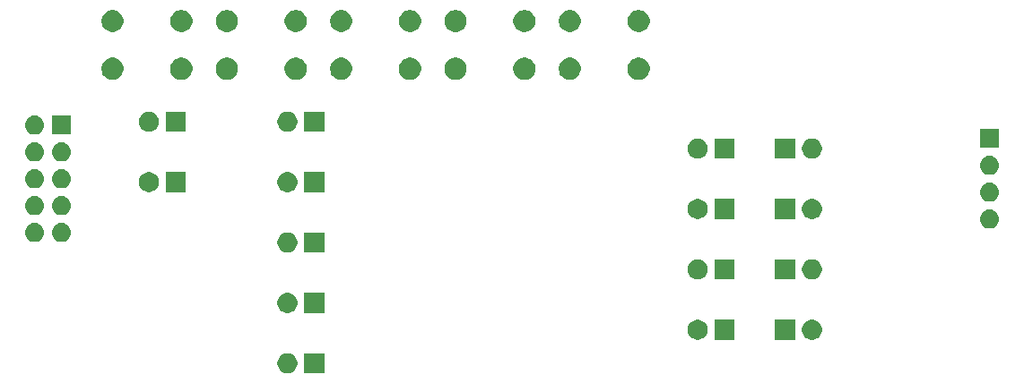
<source format=gbr>
G04 #@! TF.GenerationSoftware,KiCad,Pcbnew,(5.1.4)-1*
G04 #@! TF.CreationDate,2020-09-12T21:11:29+02:00*
G04 #@! TF.ProjectId,SBIO3,5342494f-332e-46b6-9963-61645f706362,rev?*
G04 #@! TF.SameCoordinates,Original*
G04 #@! TF.FileFunction,Soldermask,Bot*
G04 #@! TF.FilePolarity,Negative*
%FSLAX46Y46*%
G04 Gerber Fmt 4.6, Leading zero omitted, Abs format (unit mm)*
G04 Created by KiCad (PCBNEW (5.1.4)-1) date 2020-09-12 21:11:29*
%MOMM*%
%LPD*%
G04 APERTURE LIST*
%ADD10C,0.100000*%
G04 APERTURE END LIST*
D10*
G36*
X104202000Y-175576000D02*
G01*
X102300000Y-175576000D01*
X102300000Y-173674000D01*
X104202000Y-173674000D01*
X104202000Y-175576000D01*
X104202000Y-175576000D01*
G37*
G36*
X100988395Y-173710546D02*
G01*
X101161466Y-173782234D01*
X101161467Y-173782235D01*
X101317227Y-173886310D01*
X101449690Y-174018773D01*
X101449691Y-174018775D01*
X101553766Y-174174534D01*
X101625454Y-174347605D01*
X101662000Y-174531333D01*
X101662000Y-174718667D01*
X101625454Y-174902395D01*
X101553766Y-175075466D01*
X101553765Y-175075467D01*
X101449690Y-175231227D01*
X101317227Y-175363690D01*
X101238818Y-175416081D01*
X101161466Y-175467766D01*
X100988395Y-175539454D01*
X100804667Y-175576000D01*
X100617333Y-175576000D01*
X100433605Y-175539454D01*
X100260534Y-175467766D01*
X100183182Y-175416081D01*
X100104773Y-175363690D01*
X99972310Y-175231227D01*
X99868235Y-175075467D01*
X99868234Y-175075466D01*
X99796546Y-174902395D01*
X99760000Y-174718667D01*
X99760000Y-174531333D01*
X99796546Y-174347605D01*
X99868234Y-174174534D01*
X99972309Y-174018775D01*
X99972310Y-174018773D01*
X100104773Y-173886310D01*
X100260533Y-173782235D01*
X100260534Y-173782234D01*
X100433605Y-173710546D01*
X100617333Y-173674000D01*
X100804667Y-173674000D01*
X100988395Y-173710546D01*
X100988395Y-173710546D01*
G37*
G36*
X150518395Y-170535546D02*
G01*
X150691466Y-170607234D01*
X150691467Y-170607235D01*
X150847227Y-170711310D01*
X150979690Y-170843773D01*
X150979691Y-170843775D01*
X151083766Y-170999534D01*
X151155454Y-171172605D01*
X151192000Y-171356333D01*
X151192000Y-171543667D01*
X151155454Y-171727395D01*
X151083766Y-171900466D01*
X151083765Y-171900467D01*
X150979690Y-172056227D01*
X150847227Y-172188690D01*
X150768818Y-172241081D01*
X150691466Y-172292766D01*
X150518395Y-172364454D01*
X150334667Y-172401000D01*
X150147333Y-172401000D01*
X149963605Y-172364454D01*
X149790534Y-172292766D01*
X149713182Y-172241081D01*
X149634773Y-172188690D01*
X149502310Y-172056227D01*
X149398235Y-171900467D01*
X149398234Y-171900466D01*
X149326546Y-171727395D01*
X149290000Y-171543667D01*
X149290000Y-171356333D01*
X149326546Y-171172605D01*
X149398234Y-170999534D01*
X149502309Y-170843775D01*
X149502310Y-170843773D01*
X149634773Y-170711310D01*
X149790533Y-170607235D01*
X149790534Y-170607234D01*
X149963605Y-170535546D01*
X150147333Y-170499000D01*
X150334667Y-170499000D01*
X150518395Y-170535546D01*
X150518395Y-170535546D01*
G37*
G36*
X148652000Y-172401000D02*
G01*
X146750000Y-172401000D01*
X146750000Y-170499000D01*
X148652000Y-170499000D01*
X148652000Y-172401000D01*
X148652000Y-172401000D01*
G37*
G36*
X142937000Y-172401000D02*
G01*
X141035000Y-172401000D01*
X141035000Y-170499000D01*
X142937000Y-170499000D01*
X142937000Y-172401000D01*
X142937000Y-172401000D01*
G37*
G36*
X139723395Y-170535546D02*
G01*
X139896466Y-170607234D01*
X139896467Y-170607235D01*
X140052227Y-170711310D01*
X140184690Y-170843773D01*
X140184691Y-170843775D01*
X140288766Y-170999534D01*
X140360454Y-171172605D01*
X140397000Y-171356333D01*
X140397000Y-171543667D01*
X140360454Y-171727395D01*
X140288766Y-171900466D01*
X140288765Y-171900467D01*
X140184690Y-172056227D01*
X140052227Y-172188690D01*
X139973818Y-172241081D01*
X139896466Y-172292766D01*
X139723395Y-172364454D01*
X139539667Y-172401000D01*
X139352333Y-172401000D01*
X139168605Y-172364454D01*
X138995534Y-172292766D01*
X138918182Y-172241081D01*
X138839773Y-172188690D01*
X138707310Y-172056227D01*
X138603235Y-171900467D01*
X138603234Y-171900466D01*
X138531546Y-171727395D01*
X138495000Y-171543667D01*
X138495000Y-171356333D01*
X138531546Y-171172605D01*
X138603234Y-170999534D01*
X138707309Y-170843775D01*
X138707310Y-170843773D01*
X138839773Y-170711310D01*
X138995533Y-170607235D01*
X138995534Y-170607234D01*
X139168605Y-170535546D01*
X139352333Y-170499000D01*
X139539667Y-170499000D01*
X139723395Y-170535546D01*
X139723395Y-170535546D01*
G37*
G36*
X104202000Y-169861000D02*
G01*
X102300000Y-169861000D01*
X102300000Y-167959000D01*
X104202000Y-167959000D01*
X104202000Y-169861000D01*
X104202000Y-169861000D01*
G37*
G36*
X100988395Y-167995546D02*
G01*
X101161466Y-168067234D01*
X101161467Y-168067235D01*
X101317227Y-168171310D01*
X101449690Y-168303773D01*
X101449691Y-168303775D01*
X101553766Y-168459534D01*
X101625454Y-168632605D01*
X101662000Y-168816333D01*
X101662000Y-169003667D01*
X101625454Y-169187395D01*
X101553766Y-169360466D01*
X101553765Y-169360467D01*
X101449690Y-169516227D01*
X101317227Y-169648690D01*
X101238818Y-169701081D01*
X101161466Y-169752766D01*
X100988395Y-169824454D01*
X100804667Y-169861000D01*
X100617333Y-169861000D01*
X100433605Y-169824454D01*
X100260534Y-169752766D01*
X100183182Y-169701081D01*
X100104773Y-169648690D01*
X99972310Y-169516227D01*
X99868235Y-169360467D01*
X99868234Y-169360466D01*
X99796546Y-169187395D01*
X99760000Y-169003667D01*
X99760000Y-168816333D01*
X99796546Y-168632605D01*
X99868234Y-168459534D01*
X99972309Y-168303775D01*
X99972310Y-168303773D01*
X100104773Y-168171310D01*
X100260533Y-168067235D01*
X100260534Y-168067234D01*
X100433605Y-167995546D01*
X100617333Y-167959000D01*
X100804667Y-167959000D01*
X100988395Y-167995546D01*
X100988395Y-167995546D01*
G37*
G36*
X150518395Y-164820546D02*
G01*
X150691466Y-164892234D01*
X150691467Y-164892235D01*
X150847227Y-164996310D01*
X150979690Y-165128773D01*
X150979691Y-165128775D01*
X151083766Y-165284534D01*
X151155454Y-165457605D01*
X151192000Y-165641333D01*
X151192000Y-165828667D01*
X151155454Y-166012395D01*
X151083766Y-166185466D01*
X151083765Y-166185467D01*
X150979690Y-166341227D01*
X150847227Y-166473690D01*
X150768818Y-166526081D01*
X150691466Y-166577766D01*
X150518395Y-166649454D01*
X150334667Y-166686000D01*
X150147333Y-166686000D01*
X149963605Y-166649454D01*
X149790534Y-166577766D01*
X149713182Y-166526081D01*
X149634773Y-166473690D01*
X149502310Y-166341227D01*
X149398235Y-166185467D01*
X149398234Y-166185466D01*
X149326546Y-166012395D01*
X149290000Y-165828667D01*
X149290000Y-165641333D01*
X149326546Y-165457605D01*
X149398234Y-165284534D01*
X149502309Y-165128775D01*
X149502310Y-165128773D01*
X149634773Y-164996310D01*
X149790533Y-164892235D01*
X149790534Y-164892234D01*
X149963605Y-164820546D01*
X150147333Y-164784000D01*
X150334667Y-164784000D01*
X150518395Y-164820546D01*
X150518395Y-164820546D01*
G37*
G36*
X142937000Y-166686000D02*
G01*
X141035000Y-166686000D01*
X141035000Y-164784000D01*
X142937000Y-164784000D01*
X142937000Y-166686000D01*
X142937000Y-166686000D01*
G37*
G36*
X148652000Y-166686000D02*
G01*
X146750000Y-166686000D01*
X146750000Y-164784000D01*
X148652000Y-164784000D01*
X148652000Y-166686000D01*
X148652000Y-166686000D01*
G37*
G36*
X139723395Y-164820546D02*
G01*
X139896466Y-164892234D01*
X139896467Y-164892235D01*
X140052227Y-164996310D01*
X140184690Y-165128773D01*
X140184691Y-165128775D01*
X140288766Y-165284534D01*
X140360454Y-165457605D01*
X140397000Y-165641333D01*
X140397000Y-165828667D01*
X140360454Y-166012395D01*
X140288766Y-166185466D01*
X140288765Y-166185467D01*
X140184690Y-166341227D01*
X140052227Y-166473690D01*
X139973818Y-166526081D01*
X139896466Y-166577766D01*
X139723395Y-166649454D01*
X139539667Y-166686000D01*
X139352333Y-166686000D01*
X139168605Y-166649454D01*
X138995534Y-166577766D01*
X138918182Y-166526081D01*
X138839773Y-166473690D01*
X138707310Y-166341227D01*
X138603235Y-166185467D01*
X138603234Y-166185466D01*
X138531546Y-166012395D01*
X138495000Y-165828667D01*
X138495000Y-165641333D01*
X138531546Y-165457605D01*
X138603234Y-165284534D01*
X138707309Y-165128775D01*
X138707310Y-165128773D01*
X138839773Y-164996310D01*
X138995533Y-164892235D01*
X138995534Y-164892234D01*
X139168605Y-164820546D01*
X139352333Y-164784000D01*
X139539667Y-164784000D01*
X139723395Y-164820546D01*
X139723395Y-164820546D01*
G37*
G36*
X104202000Y-164146000D02*
G01*
X102300000Y-164146000D01*
X102300000Y-162244000D01*
X104202000Y-162244000D01*
X104202000Y-164146000D01*
X104202000Y-164146000D01*
G37*
G36*
X100988395Y-162280546D02*
G01*
X101161466Y-162352234D01*
X101161467Y-162352235D01*
X101317227Y-162456310D01*
X101449690Y-162588773D01*
X101449691Y-162588775D01*
X101553766Y-162744534D01*
X101625454Y-162917605D01*
X101662000Y-163101333D01*
X101662000Y-163288667D01*
X101625454Y-163472395D01*
X101553766Y-163645466D01*
X101553765Y-163645467D01*
X101449690Y-163801227D01*
X101317227Y-163933690D01*
X101238818Y-163986081D01*
X101161466Y-164037766D01*
X100988395Y-164109454D01*
X100804667Y-164146000D01*
X100617333Y-164146000D01*
X100433605Y-164109454D01*
X100260534Y-164037766D01*
X100183182Y-163986081D01*
X100104773Y-163933690D01*
X99972310Y-163801227D01*
X99868235Y-163645467D01*
X99868234Y-163645466D01*
X99796546Y-163472395D01*
X99760000Y-163288667D01*
X99760000Y-163101333D01*
X99796546Y-162917605D01*
X99868234Y-162744534D01*
X99972309Y-162588775D01*
X99972310Y-162588773D01*
X100104773Y-162456310D01*
X100260533Y-162352235D01*
X100260534Y-162352234D01*
X100433605Y-162280546D01*
X100617333Y-162244000D01*
X100804667Y-162244000D01*
X100988395Y-162280546D01*
X100988395Y-162280546D01*
G37*
G36*
X76945442Y-161348018D02*
G01*
X77011627Y-161354537D01*
X77181466Y-161406057D01*
X77337991Y-161489722D01*
X77373729Y-161519052D01*
X77475186Y-161602314D01*
X77558448Y-161703771D01*
X77587778Y-161739509D01*
X77671443Y-161896034D01*
X77722963Y-162065873D01*
X77740359Y-162242500D01*
X77722963Y-162419127D01*
X77671443Y-162588966D01*
X77587778Y-162745491D01*
X77558448Y-162781229D01*
X77475186Y-162882686D01*
X77373729Y-162965948D01*
X77337991Y-162995278D01*
X77181466Y-163078943D01*
X77011627Y-163130463D01*
X76945443Y-163136981D01*
X76879260Y-163143500D01*
X76790740Y-163143500D01*
X76724557Y-163136981D01*
X76658373Y-163130463D01*
X76488534Y-163078943D01*
X76332009Y-162995278D01*
X76296271Y-162965948D01*
X76194814Y-162882686D01*
X76111552Y-162781229D01*
X76082222Y-162745491D01*
X75998557Y-162588966D01*
X75947037Y-162419127D01*
X75929641Y-162242500D01*
X75947037Y-162065873D01*
X75998557Y-161896034D01*
X76082222Y-161739509D01*
X76111552Y-161703771D01*
X76194814Y-161602314D01*
X76296271Y-161519052D01*
X76332009Y-161489722D01*
X76488534Y-161406057D01*
X76658373Y-161354537D01*
X76724558Y-161348018D01*
X76790740Y-161341500D01*
X76879260Y-161341500D01*
X76945442Y-161348018D01*
X76945442Y-161348018D01*
G37*
G36*
X79485442Y-161348018D02*
G01*
X79551627Y-161354537D01*
X79721466Y-161406057D01*
X79877991Y-161489722D01*
X79913729Y-161519052D01*
X80015186Y-161602314D01*
X80098448Y-161703771D01*
X80127778Y-161739509D01*
X80211443Y-161896034D01*
X80262963Y-162065873D01*
X80280359Y-162242500D01*
X80262963Y-162419127D01*
X80211443Y-162588966D01*
X80127778Y-162745491D01*
X80098448Y-162781229D01*
X80015186Y-162882686D01*
X79913729Y-162965948D01*
X79877991Y-162995278D01*
X79721466Y-163078943D01*
X79551627Y-163130463D01*
X79485443Y-163136981D01*
X79419260Y-163143500D01*
X79330740Y-163143500D01*
X79264557Y-163136981D01*
X79198373Y-163130463D01*
X79028534Y-163078943D01*
X78872009Y-162995278D01*
X78836271Y-162965948D01*
X78734814Y-162882686D01*
X78651552Y-162781229D01*
X78622222Y-162745491D01*
X78538557Y-162588966D01*
X78487037Y-162419127D01*
X78469641Y-162242500D01*
X78487037Y-162065873D01*
X78538557Y-161896034D01*
X78622222Y-161739509D01*
X78651552Y-161703771D01*
X78734814Y-161602314D01*
X78836271Y-161519052D01*
X78872009Y-161489722D01*
X79028534Y-161406057D01*
X79198373Y-161354537D01*
X79264558Y-161348018D01*
X79330740Y-161341500D01*
X79419260Y-161341500D01*
X79485442Y-161348018D01*
X79485442Y-161348018D01*
G37*
G36*
X167115442Y-160078018D02*
G01*
X167181627Y-160084537D01*
X167351466Y-160136057D01*
X167507991Y-160219722D01*
X167543729Y-160249052D01*
X167645186Y-160332314D01*
X167728448Y-160433771D01*
X167757778Y-160469509D01*
X167841443Y-160626034D01*
X167892963Y-160795873D01*
X167910359Y-160972500D01*
X167892963Y-161149127D01*
X167841443Y-161318966D01*
X167757778Y-161475491D01*
X167728448Y-161511229D01*
X167645186Y-161612686D01*
X167543729Y-161695948D01*
X167507991Y-161725278D01*
X167351466Y-161808943D01*
X167181627Y-161860463D01*
X167115443Y-161866981D01*
X167049260Y-161873500D01*
X166960740Y-161873500D01*
X166894557Y-161866981D01*
X166828373Y-161860463D01*
X166658534Y-161808943D01*
X166502009Y-161725278D01*
X166466271Y-161695948D01*
X166364814Y-161612686D01*
X166281552Y-161511229D01*
X166252222Y-161475491D01*
X166168557Y-161318966D01*
X166117037Y-161149127D01*
X166099641Y-160972500D01*
X166117037Y-160795873D01*
X166168557Y-160626034D01*
X166252222Y-160469509D01*
X166281552Y-160433771D01*
X166364814Y-160332314D01*
X166466271Y-160249052D01*
X166502009Y-160219722D01*
X166658534Y-160136057D01*
X166828373Y-160084537D01*
X166894558Y-160078018D01*
X166960740Y-160071500D01*
X167049260Y-160071500D01*
X167115442Y-160078018D01*
X167115442Y-160078018D01*
G37*
G36*
X148652000Y-160971000D02*
G01*
X146750000Y-160971000D01*
X146750000Y-159069000D01*
X148652000Y-159069000D01*
X148652000Y-160971000D01*
X148652000Y-160971000D01*
G37*
G36*
X139723395Y-159105546D02*
G01*
X139896466Y-159177234D01*
X139908506Y-159185279D01*
X140052227Y-159281310D01*
X140184690Y-159413773D01*
X140184691Y-159413775D01*
X140288766Y-159569534D01*
X140360454Y-159742605D01*
X140397000Y-159926333D01*
X140397000Y-160113667D01*
X140360454Y-160297395D01*
X140288766Y-160470466D01*
X140288765Y-160470467D01*
X140184690Y-160626227D01*
X140052227Y-160758690D01*
X139996578Y-160795873D01*
X139896466Y-160862766D01*
X139723395Y-160934454D01*
X139539667Y-160971000D01*
X139352333Y-160971000D01*
X139168605Y-160934454D01*
X138995534Y-160862766D01*
X138895422Y-160795873D01*
X138839773Y-160758690D01*
X138707310Y-160626227D01*
X138603235Y-160470467D01*
X138603234Y-160470466D01*
X138531546Y-160297395D01*
X138495000Y-160113667D01*
X138495000Y-159926333D01*
X138531546Y-159742605D01*
X138603234Y-159569534D01*
X138707309Y-159413775D01*
X138707310Y-159413773D01*
X138839773Y-159281310D01*
X138983494Y-159185279D01*
X138995534Y-159177234D01*
X139168605Y-159105546D01*
X139352333Y-159069000D01*
X139539667Y-159069000D01*
X139723395Y-159105546D01*
X139723395Y-159105546D01*
G37*
G36*
X142937000Y-160971000D02*
G01*
X141035000Y-160971000D01*
X141035000Y-159069000D01*
X142937000Y-159069000D01*
X142937000Y-160971000D01*
X142937000Y-160971000D01*
G37*
G36*
X150518395Y-159105546D02*
G01*
X150691466Y-159177234D01*
X150703506Y-159185279D01*
X150847227Y-159281310D01*
X150979690Y-159413773D01*
X150979691Y-159413775D01*
X151083766Y-159569534D01*
X151155454Y-159742605D01*
X151192000Y-159926333D01*
X151192000Y-160113667D01*
X151155454Y-160297395D01*
X151083766Y-160470466D01*
X151083765Y-160470467D01*
X150979690Y-160626227D01*
X150847227Y-160758690D01*
X150791578Y-160795873D01*
X150691466Y-160862766D01*
X150518395Y-160934454D01*
X150334667Y-160971000D01*
X150147333Y-160971000D01*
X149963605Y-160934454D01*
X149790534Y-160862766D01*
X149690422Y-160795873D01*
X149634773Y-160758690D01*
X149502310Y-160626227D01*
X149398235Y-160470467D01*
X149398234Y-160470466D01*
X149326546Y-160297395D01*
X149290000Y-160113667D01*
X149290000Y-159926333D01*
X149326546Y-159742605D01*
X149398234Y-159569534D01*
X149502309Y-159413775D01*
X149502310Y-159413773D01*
X149634773Y-159281310D01*
X149778494Y-159185279D01*
X149790534Y-159177234D01*
X149963605Y-159105546D01*
X150147333Y-159069000D01*
X150334667Y-159069000D01*
X150518395Y-159105546D01*
X150518395Y-159105546D01*
G37*
G36*
X79485442Y-158808018D02*
G01*
X79551627Y-158814537D01*
X79721466Y-158866057D01*
X79877991Y-158949722D01*
X79913729Y-158979052D01*
X80015186Y-159062314D01*
X80098448Y-159163771D01*
X80127778Y-159199509D01*
X80211443Y-159356034D01*
X80262963Y-159525873D01*
X80280359Y-159702500D01*
X80262963Y-159879127D01*
X80211443Y-160048966D01*
X80127778Y-160205491D01*
X80098448Y-160241229D01*
X80015186Y-160342686D01*
X79913729Y-160425948D01*
X79877991Y-160455278D01*
X79721466Y-160538943D01*
X79551627Y-160590463D01*
X79485442Y-160596982D01*
X79419260Y-160603500D01*
X79330740Y-160603500D01*
X79264558Y-160596982D01*
X79198373Y-160590463D01*
X79028534Y-160538943D01*
X78872009Y-160455278D01*
X78836271Y-160425948D01*
X78734814Y-160342686D01*
X78651552Y-160241229D01*
X78622222Y-160205491D01*
X78538557Y-160048966D01*
X78487037Y-159879127D01*
X78469641Y-159702500D01*
X78487037Y-159525873D01*
X78538557Y-159356034D01*
X78622222Y-159199509D01*
X78651552Y-159163771D01*
X78734814Y-159062314D01*
X78836271Y-158979052D01*
X78872009Y-158949722D01*
X79028534Y-158866057D01*
X79198373Y-158814537D01*
X79264558Y-158808018D01*
X79330740Y-158801500D01*
X79419260Y-158801500D01*
X79485442Y-158808018D01*
X79485442Y-158808018D01*
G37*
G36*
X76945442Y-158808018D02*
G01*
X77011627Y-158814537D01*
X77181466Y-158866057D01*
X77337991Y-158949722D01*
X77373729Y-158979052D01*
X77475186Y-159062314D01*
X77558448Y-159163771D01*
X77587778Y-159199509D01*
X77671443Y-159356034D01*
X77722963Y-159525873D01*
X77740359Y-159702500D01*
X77722963Y-159879127D01*
X77671443Y-160048966D01*
X77587778Y-160205491D01*
X77558448Y-160241229D01*
X77475186Y-160342686D01*
X77373729Y-160425948D01*
X77337991Y-160455278D01*
X77181466Y-160538943D01*
X77011627Y-160590463D01*
X76945442Y-160596982D01*
X76879260Y-160603500D01*
X76790740Y-160603500D01*
X76724558Y-160596982D01*
X76658373Y-160590463D01*
X76488534Y-160538943D01*
X76332009Y-160455278D01*
X76296271Y-160425948D01*
X76194814Y-160342686D01*
X76111552Y-160241229D01*
X76082222Y-160205491D01*
X75998557Y-160048966D01*
X75947037Y-159879127D01*
X75929641Y-159702500D01*
X75947037Y-159525873D01*
X75998557Y-159356034D01*
X76082222Y-159199509D01*
X76111552Y-159163771D01*
X76194814Y-159062314D01*
X76296271Y-158979052D01*
X76332009Y-158949722D01*
X76488534Y-158866057D01*
X76658373Y-158814537D01*
X76724558Y-158808018D01*
X76790740Y-158801500D01*
X76879260Y-158801500D01*
X76945442Y-158808018D01*
X76945442Y-158808018D01*
G37*
G36*
X167115443Y-157538019D02*
G01*
X167181627Y-157544537D01*
X167351466Y-157596057D01*
X167507991Y-157679722D01*
X167543729Y-157709052D01*
X167645186Y-157792314D01*
X167728448Y-157893771D01*
X167757778Y-157929509D01*
X167841443Y-158086034D01*
X167892963Y-158255873D01*
X167910359Y-158432500D01*
X167892963Y-158609127D01*
X167841443Y-158778966D01*
X167757778Y-158935491D01*
X167728448Y-158971229D01*
X167645186Y-159072686D01*
X167543729Y-159155948D01*
X167507991Y-159185278D01*
X167351466Y-159268943D01*
X167181627Y-159320463D01*
X167115443Y-159326981D01*
X167049260Y-159333500D01*
X166960740Y-159333500D01*
X166894557Y-159326981D01*
X166828373Y-159320463D01*
X166658534Y-159268943D01*
X166502009Y-159185278D01*
X166466271Y-159155948D01*
X166364814Y-159072686D01*
X166281552Y-158971229D01*
X166252222Y-158935491D01*
X166168557Y-158778966D01*
X166117037Y-158609127D01*
X166099641Y-158432500D01*
X166117037Y-158255873D01*
X166168557Y-158086034D01*
X166252222Y-157929509D01*
X166281552Y-157893771D01*
X166364814Y-157792314D01*
X166466271Y-157709052D01*
X166502009Y-157679722D01*
X166658534Y-157596057D01*
X166828373Y-157544537D01*
X166894557Y-157538019D01*
X166960740Y-157531500D01*
X167049260Y-157531500D01*
X167115443Y-157538019D01*
X167115443Y-157538019D01*
G37*
G36*
X87907395Y-156565546D02*
G01*
X88080466Y-156637234D01*
X88092506Y-156645279D01*
X88236227Y-156741310D01*
X88368690Y-156873773D01*
X88368691Y-156873775D01*
X88472766Y-157029534D01*
X88544454Y-157202605D01*
X88581000Y-157386333D01*
X88581000Y-157573667D01*
X88544454Y-157757395D01*
X88472766Y-157930466D01*
X88472765Y-157930467D01*
X88368690Y-158086227D01*
X88236227Y-158218690D01*
X88180578Y-158255873D01*
X88080466Y-158322766D01*
X87907395Y-158394454D01*
X87723667Y-158431000D01*
X87536333Y-158431000D01*
X87352605Y-158394454D01*
X87179534Y-158322766D01*
X87079422Y-158255873D01*
X87023773Y-158218690D01*
X86891310Y-158086227D01*
X86787235Y-157930467D01*
X86787234Y-157930466D01*
X86715546Y-157757395D01*
X86679000Y-157573667D01*
X86679000Y-157386333D01*
X86715546Y-157202605D01*
X86787234Y-157029534D01*
X86891309Y-156873775D01*
X86891310Y-156873773D01*
X87023773Y-156741310D01*
X87167494Y-156645279D01*
X87179534Y-156637234D01*
X87352605Y-156565546D01*
X87536333Y-156529000D01*
X87723667Y-156529000D01*
X87907395Y-156565546D01*
X87907395Y-156565546D01*
G37*
G36*
X91121000Y-158431000D02*
G01*
X89219000Y-158431000D01*
X89219000Y-156529000D01*
X91121000Y-156529000D01*
X91121000Y-158431000D01*
X91121000Y-158431000D01*
G37*
G36*
X100988395Y-156565546D02*
G01*
X101161466Y-156637234D01*
X101173506Y-156645279D01*
X101317227Y-156741310D01*
X101449690Y-156873773D01*
X101449691Y-156873775D01*
X101553766Y-157029534D01*
X101625454Y-157202605D01*
X101662000Y-157386333D01*
X101662000Y-157573667D01*
X101625454Y-157757395D01*
X101553766Y-157930466D01*
X101553765Y-157930467D01*
X101449690Y-158086227D01*
X101317227Y-158218690D01*
X101261578Y-158255873D01*
X101161466Y-158322766D01*
X100988395Y-158394454D01*
X100804667Y-158431000D01*
X100617333Y-158431000D01*
X100433605Y-158394454D01*
X100260534Y-158322766D01*
X100160422Y-158255873D01*
X100104773Y-158218690D01*
X99972310Y-158086227D01*
X99868235Y-157930467D01*
X99868234Y-157930466D01*
X99796546Y-157757395D01*
X99760000Y-157573667D01*
X99760000Y-157386333D01*
X99796546Y-157202605D01*
X99868234Y-157029534D01*
X99972309Y-156873775D01*
X99972310Y-156873773D01*
X100104773Y-156741310D01*
X100248494Y-156645279D01*
X100260534Y-156637234D01*
X100433605Y-156565546D01*
X100617333Y-156529000D01*
X100804667Y-156529000D01*
X100988395Y-156565546D01*
X100988395Y-156565546D01*
G37*
G36*
X104202000Y-158431000D02*
G01*
X102300000Y-158431000D01*
X102300000Y-156529000D01*
X104202000Y-156529000D01*
X104202000Y-158431000D01*
X104202000Y-158431000D01*
G37*
G36*
X79485442Y-156268018D02*
G01*
X79551627Y-156274537D01*
X79721466Y-156326057D01*
X79877991Y-156409722D01*
X79913729Y-156439052D01*
X80015186Y-156522314D01*
X80098448Y-156623771D01*
X80127778Y-156659509D01*
X80211443Y-156816034D01*
X80262963Y-156985873D01*
X80280359Y-157162500D01*
X80262963Y-157339127D01*
X80211443Y-157508966D01*
X80127778Y-157665491D01*
X80098448Y-157701229D01*
X80015186Y-157802686D01*
X79913729Y-157885948D01*
X79877991Y-157915278D01*
X79721466Y-157998943D01*
X79551627Y-158050463D01*
X79485442Y-158056982D01*
X79419260Y-158063500D01*
X79330740Y-158063500D01*
X79264558Y-158056982D01*
X79198373Y-158050463D01*
X79028534Y-157998943D01*
X78872009Y-157915278D01*
X78836271Y-157885948D01*
X78734814Y-157802686D01*
X78651552Y-157701229D01*
X78622222Y-157665491D01*
X78538557Y-157508966D01*
X78487037Y-157339127D01*
X78469641Y-157162500D01*
X78487037Y-156985873D01*
X78538557Y-156816034D01*
X78622222Y-156659509D01*
X78651552Y-156623771D01*
X78734814Y-156522314D01*
X78836271Y-156439052D01*
X78872009Y-156409722D01*
X79028534Y-156326057D01*
X79198373Y-156274537D01*
X79264558Y-156268018D01*
X79330740Y-156261500D01*
X79419260Y-156261500D01*
X79485442Y-156268018D01*
X79485442Y-156268018D01*
G37*
G36*
X76945442Y-156268018D02*
G01*
X77011627Y-156274537D01*
X77181466Y-156326057D01*
X77337991Y-156409722D01*
X77373729Y-156439052D01*
X77475186Y-156522314D01*
X77558448Y-156623771D01*
X77587778Y-156659509D01*
X77671443Y-156816034D01*
X77722963Y-156985873D01*
X77740359Y-157162500D01*
X77722963Y-157339127D01*
X77671443Y-157508966D01*
X77587778Y-157665491D01*
X77558448Y-157701229D01*
X77475186Y-157802686D01*
X77373729Y-157885948D01*
X77337991Y-157915278D01*
X77181466Y-157998943D01*
X77011627Y-158050463D01*
X76945442Y-158056982D01*
X76879260Y-158063500D01*
X76790740Y-158063500D01*
X76724558Y-158056982D01*
X76658373Y-158050463D01*
X76488534Y-157998943D01*
X76332009Y-157915278D01*
X76296271Y-157885948D01*
X76194814Y-157802686D01*
X76111552Y-157701229D01*
X76082222Y-157665491D01*
X75998557Y-157508966D01*
X75947037Y-157339127D01*
X75929641Y-157162500D01*
X75947037Y-156985873D01*
X75998557Y-156816034D01*
X76082222Y-156659509D01*
X76111552Y-156623771D01*
X76194814Y-156522314D01*
X76296271Y-156439052D01*
X76332009Y-156409722D01*
X76488534Y-156326057D01*
X76658373Y-156274537D01*
X76724558Y-156268018D01*
X76790740Y-156261500D01*
X76879260Y-156261500D01*
X76945442Y-156268018D01*
X76945442Y-156268018D01*
G37*
G36*
X167115443Y-154998019D02*
G01*
X167181627Y-155004537D01*
X167351466Y-155056057D01*
X167507991Y-155139722D01*
X167543729Y-155169052D01*
X167645186Y-155252314D01*
X167728448Y-155353771D01*
X167757778Y-155389509D01*
X167841443Y-155546034D01*
X167892963Y-155715873D01*
X167910359Y-155892500D01*
X167892963Y-156069127D01*
X167841443Y-156238966D01*
X167757778Y-156395491D01*
X167728448Y-156431229D01*
X167645186Y-156532686D01*
X167543729Y-156615948D01*
X167507991Y-156645278D01*
X167351466Y-156728943D01*
X167181627Y-156780463D01*
X167115442Y-156786982D01*
X167049260Y-156793500D01*
X166960740Y-156793500D01*
X166894558Y-156786982D01*
X166828373Y-156780463D01*
X166658534Y-156728943D01*
X166502009Y-156645278D01*
X166466271Y-156615948D01*
X166364814Y-156532686D01*
X166281552Y-156431229D01*
X166252222Y-156395491D01*
X166168557Y-156238966D01*
X166117037Y-156069127D01*
X166099641Y-155892500D01*
X166117037Y-155715873D01*
X166168557Y-155546034D01*
X166252222Y-155389509D01*
X166281552Y-155353771D01*
X166364814Y-155252314D01*
X166466271Y-155169052D01*
X166502009Y-155139722D01*
X166658534Y-155056057D01*
X166828373Y-155004537D01*
X166894557Y-154998019D01*
X166960740Y-154991500D01*
X167049260Y-154991500D01*
X167115443Y-154998019D01*
X167115443Y-154998019D01*
G37*
G36*
X76945443Y-153728019D02*
G01*
X77011627Y-153734537D01*
X77181466Y-153786057D01*
X77337991Y-153869722D01*
X77373729Y-153899052D01*
X77475186Y-153982314D01*
X77558448Y-154083771D01*
X77587778Y-154119509D01*
X77671443Y-154276034D01*
X77722963Y-154445873D01*
X77740359Y-154622500D01*
X77722963Y-154799127D01*
X77671443Y-154968966D01*
X77587778Y-155125491D01*
X77569498Y-155147765D01*
X77475186Y-155262686D01*
X77373729Y-155345948D01*
X77337991Y-155375278D01*
X77181466Y-155458943D01*
X77011627Y-155510463D01*
X76945442Y-155516982D01*
X76879260Y-155523500D01*
X76790740Y-155523500D01*
X76724558Y-155516982D01*
X76658373Y-155510463D01*
X76488534Y-155458943D01*
X76332009Y-155375278D01*
X76296271Y-155345948D01*
X76194814Y-155262686D01*
X76100502Y-155147765D01*
X76082222Y-155125491D01*
X75998557Y-154968966D01*
X75947037Y-154799127D01*
X75929641Y-154622500D01*
X75947037Y-154445873D01*
X75998557Y-154276034D01*
X76082222Y-154119509D01*
X76111552Y-154083771D01*
X76194814Y-153982314D01*
X76296271Y-153899052D01*
X76332009Y-153869722D01*
X76488534Y-153786057D01*
X76658373Y-153734537D01*
X76724557Y-153728019D01*
X76790740Y-153721500D01*
X76879260Y-153721500D01*
X76945443Y-153728019D01*
X76945443Y-153728019D01*
G37*
G36*
X79485443Y-153728019D02*
G01*
X79551627Y-153734537D01*
X79721466Y-153786057D01*
X79877991Y-153869722D01*
X79913729Y-153899052D01*
X80015186Y-153982314D01*
X80098448Y-154083771D01*
X80127778Y-154119509D01*
X80211443Y-154276034D01*
X80262963Y-154445873D01*
X80280359Y-154622500D01*
X80262963Y-154799127D01*
X80211443Y-154968966D01*
X80127778Y-155125491D01*
X80109498Y-155147765D01*
X80015186Y-155262686D01*
X79913729Y-155345948D01*
X79877991Y-155375278D01*
X79721466Y-155458943D01*
X79551627Y-155510463D01*
X79485442Y-155516982D01*
X79419260Y-155523500D01*
X79330740Y-155523500D01*
X79264558Y-155516982D01*
X79198373Y-155510463D01*
X79028534Y-155458943D01*
X78872009Y-155375278D01*
X78836271Y-155345948D01*
X78734814Y-155262686D01*
X78640502Y-155147765D01*
X78622222Y-155125491D01*
X78538557Y-154968966D01*
X78487037Y-154799127D01*
X78469641Y-154622500D01*
X78487037Y-154445873D01*
X78538557Y-154276034D01*
X78622222Y-154119509D01*
X78651552Y-154083771D01*
X78734814Y-153982314D01*
X78836271Y-153899052D01*
X78872009Y-153869722D01*
X79028534Y-153786057D01*
X79198373Y-153734537D01*
X79264557Y-153728019D01*
X79330740Y-153721500D01*
X79419260Y-153721500D01*
X79485443Y-153728019D01*
X79485443Y-153728019D01*
G37*
G36*
X139723395Y-153390546D02*
G01*
X139896466Y-153462234D01*
X139896467Y-153462235D01*
X140052227Y-153566310D01*
X140184690Y-153698773D01*
X140237081Y-153777182D01*
X140288766Y-153854534D01*
X140360454Y-154027605D01*
X140397000Y-154211333D01*
X140397000Y-154398667D01*
X140360454Y-154582395D01*
X140288766Y-154755466D01*
X140237081Y-154832818D01*
X140184690Y-154911227D01*
X140052227Y-155043690D01*
X140033718Y-155056057D01*
X139896466Y-155147766D01*
X139723395Y-155219454D01*
X139539667Y-155256000D01*
X139352333Y-155256000D01*
X139168605Y-155219454D01*
X138995534Y-155147766D01*
X138858282Y-155056057D01*
X138839773Y-155043690D01*
X138707310Y-154911227D01*
X138654919Y-154832818D01*
X138603234Y-154755466D01*
X138531546Y-154582395D01*
X138495000Y-154398667D01*
X138495000Y-154211333D01*
X138531546Y-154027605D01*
X138603234Y-153854534D01*
X138654919Y-153777182D01*
X138707310Y-153698773D01*
X138839773Y-153566310D01*
X138995533Y-153462235D01*
X138995534Y-153462234D01*
X139168605Y-153390546D01*
X139352333Y-153354000D01*
X139539667Y-153354000D01*
X139723395Y-153390546D01*
X139723395Y-153390546D01*
G37*
G36*
X148652000Y-155256000D02*
G01*
X146750000Y-155256000D01*
X146750000Y-153354000D01*
X148652000Y-153354000D01*
X148652000Y-155256000D01*
X148652000Y-155256000D01*
G37*
G36*
X150518395Y-153390546D02*
G01*
X150691466Y-153462234D01*
X150691467Y-153462235D01*
X150847227Y-153566310D01*
X150979690Y-153698773D01*
X151032081Y-153777182D01*
X151083766Y-153854534D01*
X151155454Y-154027605D01*
X151192000Y-154211333D01*
X151192000Y-154398667D01*
X151155454Y-154582395D01*
X151083766Y-154755466D01*
X151032081Y-154832818D01*
X150979690Y-154911227D01*
X150847227Y-155043690D01*
X150828718Y-155056057D01*
X150691466Y-155147766D01*
X150518395Y-155219454D01*
X150334667Y-155256000D01*
X150147333Y-155256000D01*
X149963605Y-155219454D01*
X149790534Y-155147766D01*
X149653282Y-155056057D01*
X149634773Y-155043690D01*
X149502310Y-154911227D01*
X149449919Y-154832818D01*
X149398234Y-154755466D01*
X149326546Y-154582395D01*
X149290000Y-154398667D01*
X149290000Y-154211333D01*
X149326546Y-154027605D01*
X149398234Y-153854534D01*
X149449919Y-153777182D01*
X149502310Y-153698773D01*
X149634773Y-153566310D01*
X149790533Y-153462235D01*
X149790534Y-153462234D01*
X149963605Y-153390546D01*
X150147333Y-153354000D01*
X150334667Y-153354000D01*
X150518395Y-153390546D01*
X150518395Y-153390546D01*
G37*
G36*
X142937000Y-155256000D02*
G01*
X141035000Y-155256000D01*
X141035000Y-153354000D01*
X142937000Y-153354000D01*
X142937000Y-155256000D01*
X142937000Y-155256000D01*
G37*
G36*
X167906000Y-154253500D02*
G01*
X166104000Y-154253500D01*
X166104000Y-152451500D01*
X167906000Y-152451500D01*
X167906000Y-154253500D01*
X167906000Y-154253500D01*
G37*
G36*
X80276000Y-152983500D02*
G01*
X78474000Y-152983500D01*
X78474000Y-151181500D01*
X80276000Y-151181500D01*
X80276000Y-152983500D01*
X80276000Y-152983500D01*
G37*
G36*
X76945442Y-151188018D02*
G01*
X77011627Y-151194537D01*
X77181466Y-151246057D01*
X77337991Y-151329722D01*
X77373729Y-151359052D01*
X77475186Y-151442314D01*
X77558448Y-151543771D01*
X77587778Y-151579509D01*
X77671443Y-151736034D01*
X77722963Y-151905873D01*
X77740359Y-152082500D01*
X77722963Y-152259127D01*
X77671443Y-152428966D01*
X77587778Y-152585491D01*
X77569498Y-152607765D01*
X77475186Y-152722686D01*
X77373729Y-152805948D01*
X77337991Y-152835278D01*
X77181466Y-152918943D01*
X77011627Y-152970463D01*
X76945442Y-152976982D01*
X76879260Y-152983500D01*
X76790740Y-152983500D01*
X76724558Y-152976982D01*
X76658373Y-152970463D01*
X76488534Y-152918943D01*
X76332009Y-152835278D01*
X76296271Y-152805948D01*
X76194814Y-152722686D01*
X76100502Y-152607765D01*
X76082222Y-152585491D01*
X75998557Y-152428966D01*
X75947037Y-152259127D01*
X75929641Y-152082500D01*
X75947037Y-151905873D01*
X75998557Y-151736034D01*
X76082222Y-151579509D01*
X76111552Y-151543771D01*
X76194814Y-151442314D01*
X76296271Y-151359052D01*
X76332009Y-151329722D01*
X76488534Y-151246057D01*
X76658373Y-151194537D01*
X76724558Y-151188018D01*
X76790740Y-151181500D01*
X76879260Y-151181500D01*
X76945442Y-151188018D01*
X76945442Y-151188018D01*
G37*
G36*
X87907395Y-150850546D02*
G01*
X88080466Y-150922234D01*
X88080467Y-150922235D01*
X88236227Y-151026310D01*
X88368690Y-151158773D01*
X88421081Y-151237182D01*
X88472766Y-151314534D01*
X88544454Y-151487605D01*
X88581000Y-151671333D01*
X88581000Y-151858667D01*
X88544454Y-152042395D01*
X88472766Y-152215466D01*
X88421081Y-152292818D01*
X88368690Y-152371227D01*
X88236227Y-152503690D01*
X88157818Y-152556081D01*
X88080466Y-152607766D01*
X87907395Y-152679454D01*
X87723667Y-152716000D01*
X87536333Y-152716000D01*
X87352605Y-152679454D01*
X87179534Y-152607766D01*
X87102182Y-152556081D01*
X87023773Y-152503690D01*
X86891310Y-152371227D01*
X86838919Y-152292818D01*
X86787234Y-152215466D01*
X86715546Y-152042395D01*
X86679000Y-151858667D01*
X86679000Y-151671333D01*
X86715546Y-151487605D01*
X86787234Y-151314534D01*
X86838919Y-151237182D01*
X86891310Y-151158773D01*
X87023773Y-151026310D01*
X87179533Y-150922235D01*
X87179534Y-150922234D01*
X87352605Y-150850546D01*
X87536333Y-150814000D01*
X87723667Y-150814000D01*
X87907395Y-150850546D01*
X87907395Y-150850546D01*
G37*
G36*
X91121000Y-152716000D02*
G01*
X89219000Y-152716000D01*
X89219000Y-150814000D01*
X91121000Y-150814000D01*
X91121000Y-152716000D01*
X91121000Y-152716000D01*
G37*
G36*
X104202000Y-152716000D02*
G01*
X102300000Y-152716000D01*
X102300000Y-150814000D01*
X104202000Y-150814000D01*
X104202000Y-152716000D01*
X104202000Y-152716000D01*
G37*
G36*
X100988395Y-150850546D02*
G01*
X101161466Y-150922234D01*
X101161467Y-150922235D01*
X101317227Y-151026310D01*
X101449690Y-151158773D01*
X101502081Y-151237182D01*
X101553766Y-151314534D01*
X101625454Y-151487605D01*
X101662000Y-151671333D01*
X101662000Y-151858667D01*
X101625454Y-152042395D01*
X101553766Y-152215466D01*
X101502081Y-152292818D01*
X101449690Y-152371227D01*
X101317227Y-152503690D01*
X101238818Y-152556081D01*
X101161466Y-152607766D01*
X100988395Y-152679454D01*
X100804667Y-152716000D01*
X100617333Y-152716000D01*
X100433605Y-152679454D01*
X100260534Y-152607766D01*
X100183182Y-152556081D01*
X100104773Y-152503690D01*
X99972310Y-152371227D01*
X99919919Y-152292818D01*
X99868234Y-152215466D01*
X99796546Y-152042395D01*
X99760000Y-151858667D01*
X99760000Y-151671333D01*
X99796546Y-151487605D01*
X99868234Y-151314534D01*
X99919919Y-151237182D01*
X99972310Y-151158773D01*
X100104773Y-151026310D01*
X100260533Y-150922235D01*
X100260534Y-150922234D01*
X100433605Y-150850546D01*
X100617333Y-150814000D01*
X100804667Y-150814000D01*
X100988395Y-150850546D01*
X100988395Y-150850546D01*
G37*
G36*
X123392564Y-145729389D02*
G01*
X123583833Y-145808615D01*
X123583835Y-145808616D01*
X123755973Y-145923635D01*
X123902365Y-146070027D01*
X124017385Y-146242167D01*
X124096611Y-146433436D01*
X124137000Y-146636484D01*
X124137000Y-146843516D01*
X124096611Y-147046564D01*
X124017385Y-147237833D01*
X124017384Y-147237835D01*
X123902365Y-147409973D01*
X123755973Y-147556365D01*
X123583835Y-147671384D01*
X123583834Y-147671385D01*
X123583833Y-147671385D01*
X123392564Y-147750611D01*
X123189516Y-147791000D01*
X122982484Y-147791000D01*
X122779436Y-147750611D01*
X122588167Y-147671385D01*
X122588166Y-147671385D01*
X122588165Y-147671384D01*
X122416027Y-147556365D01*
X122269635Y-147409973D01*
X122154616Y-147237835D01*
X122154615Y-147237833D01*
X122075389Y-147046564D01*
X122035000Y-146843516D01*
X122035000Y-146636484D01*
X122075389Y-146433436D01*
X122154615Y-146242167D01*
X122269635Y-146070027D01*
X122416027Y-145923635D01*
X122588165Y-145808616D01*
X122588167Y-145808615D01*
X122779436Y-145729389D01*
X122982484Y-145689000D01*
X123189516Y-145689000D01*
X123392564Y-145729389D01*
X123392564Y-145729389D01*
G37*
G36*
X134187564Y-145729389D02*
G01*
X134378833Y-145808615D01*
X134378835Y-145808616D01*
X134550973Y-145923635D01*
X134697365Y-146070027D01*
X134812385Y-146242167D01*
X134891611Y-146433436D01*
X134932000Y-146636484D01*
X134932000Y-146843516D01*
X134891611Y-147046564D01*
X134812385Y-147237833D01*
X134812384Y-147237835D01*
X134697365Y-147409973D01*
X134550973Y-147556365D01*
X134378835Y-147671384D01*
X134378834Y-147671385D01*
X134378833Y-147671385D01*
X134187564Y-147750611D01*
X133984516Y-147791000D01*
X133777484Y-147791000D01*
X133574436Y-147750611D01*
X133383167Y-147671385D01*
X133383166Y-147671385D01*
X133383165Y-147671384D01*
X133211027Y-147556365D01*
X133064635Y-147409973D01*
X132949616Y-147237835D01*
X132949615Y-147237833D01*
X132870389Y-147046564D01*
X132830000Y-146843516D01*
X132830000Y-146636484D01*
X132870389Y-146433436D01*
X132949615Y-146242167D01*
X133064635Y-146070027D01*
X133211027Y-145923635D01*
X133383165Y-145808616D01*
X133383167Y-145808615D01*
X133574436Y-145729389D01*
X133777484Y-145689000D01*
X133984516Y-145689000D01*
X134187564Y-145729389D01*
X134187564Y-145729389D01*
G37*
G36*
X116892564Y-145729389D02*
G01*
X117083833Y-145808615D01*
X117083835Y-145808616D01*
X117255973Y-145923635D01*
X117402365Y-146070027D01*
X117517385Y-146242167D01*
X117596611Y-146433436D01*
X117637000Y-146636484D01*
X117637000Y-146843516D01*
X117596611Y-147046564D01*
X117517385Y-147237833D01*
X117517384Y-147237835D01*
X117402365Y-147409973D01*
X117255973Y-147556365D01*
X117083835Y-147671384D01*
X117083834Y-147671385D01*
X117083833Y-147671385D01*
X116892564Y-147750611D01*
X116689516Y-147791000D01*
X116482484Y-147791000D01*
X116279436Y-147750611D01*
X116088167Y-147671385D01*
X116088166Y-147671385D01*
X116088165Y-147671384D01*
X115916027Y-147556365D01*
X115769635Y-147409973D01*
X115654616Y-147237835D01*
X115654615Y-147237833D01*
X115575389Y-147046564D01*
X115535000Y-146843516D01*
X115535000Y-146636484D01*
X115575389Y-146433436D01*
X115654615Y-146242167D01*
X115769635Y-146070027D01*
X115916027Y-145923635D01*
X116088165Y-145808616D01*
X116088167Y-145808615D01*
X116279436Y-145729389D01*
X116482484Y-145689000D01*
X116689516Y-145689000D01*
X116892564Y-145729389D01*
X116892564Y-145729389D01*
G37*
G36*
X112597564Y-145729389D02*
G01*
X112788833Y-145808615D01*
X112788835Y-145808616D01*
X112960973Y-145923635D01*
X113107365Y-146070027D01*
X113222385Y-146242167D01*
X113301611Y-146433436D01*
X113342000Y-146636484D01*
X113342000Y-146843516D01*
X113301611Y-147046564D01*
X113222385Y-147237833D01*
X113222384Y-147237835D01*
X113107365Y-147409973D01*
X112960973Y-147556365D01*
X112788835Y-147671384D01*
X112788834Y-147671385D01*
X112788833Y-147671385D01*
X112597564Y-147750611D01*
X112394516Y-147791000D01*
X112187484Y-147791000D01*
X111984436Y-147750611D01*
X111793167Y-147671385D01*
X111793166Y-147671385D01*
X111793165Y-147671384D01*
X111621027Y-147556365D01*
X111474635Y-147409973D01*
X111359616Y-147237835D01*
X111359615Y-147237833D01*
X111280389Y-147046564D01*
X111240000Y-146843516D01*
X111240000Y-146636484D01*
X111280389Y-146433436D01*
X111359615Y-146242167D01*
X111474635Y-146070027D01*
X111621027Y-145923635D01*
X111793165Y-145808616D01*
X111793167Y-145808615D01*
X111984436Y-145729389D01*
X112187484Y-145689000D01*
X112394516Y-145689000D01*
X112597564Y-145729389D01*
X112597564Y-145729389D01*
G37*
G36*
X101802564Y-145729389D02*
G01*
X101993833Y-145808615D01*
X101993835Y-145808616D01*
X102165973Y-145923635D01*
X102312365Y-146070027D01*
X102427385Y-146242167D01*
X102506611Y-146433436D01*
X102547000Y-146636484D01*
X102547000Y-146843516D01*
X102506611Y-147046564D01*
X102427385Y-147237833D01*
X102427384Y-147237835D01*
X102312365Y-147409973D01*
X102165973Y-147556365D01*
X101993835Y-147671384D01*
X101993834Y-147671385D01*
X101993833Y-147671385D01*
X101802564Y-147750611D01*
X101599516Y-147791000D01*
X101392484Y-147791000D01*
X101189436Y-147750611D01*
X100998167Y-147671385D01*
X100998166Y-147671385D01*
X100998165Y-147671384D01*
X100826027Y-147556365D01*
X100679635Y-147409973D01*
X100564616Y-147237835D01*
X100564615Y-147237833D01*
X100485389Y-147046564D01*
X100445000Y-146843516D01*
X100445000Y-146636484D01*
X100485389Y-146433436D01*
X100564615Y-146242167D01*
X100679635Y-146070027D01*
X100826027Y-145923635D01*
X100998165Y-145808616D01*
X100998167Y-145808615D01*
X101189436Y-145729389D01*
X101392484Y-145689000D01*
X101599516Y-145689000D01*
X101802564Y-145729389D01*
X101802564Y-145729389D01*
G37*
G36*
X127687564Y-145729389D02*
G01*
X127878833Y-145808615D01*
X127878835Y-145808616D01*
X128050973Y-145923635D01*
X128197365Y-146070027D01*
X128312385Y-146242167D01*
X128391611Y-146433436D01*
X128432000Y-146636484D01*
X128432000Y-146843516D01*
X128391611Y-147046564D01*
X128312385Y-147237833D01*
X128312384Y-147237835D01*
X128197365Y-147409973D01*
X128050973Y-147556365D01*
X127878835Y-147671384D01*
X127878834Y-147671385D01*
X127878833Y-147671385D01*
X127687564Y-147750611D01*
X127484516Y-147791000D01*
X127277484Y-147791000D01*
X127074436Y-147750611D01*
X126883167Y-147671385D01*
X126883166Y-147671385D01*
X126883165Y-147671384D01*
X126711027Y-147556365D01*
X126564635Y-147409973D01*
X126449616Y-147237835D01*
X126449615Y-147237833D01*
X126370389Y-147046564D01*
X126330000Y-146843516D01*
X126330000Y-146636484D01*
X126370389Y-146433436D01*
X126449615Y-146242167D01*
X126564635Y-146070027D01*
X126711027Y-145923635D01*
X126883165Y-145808616D01*
X126883167Y-145808615D01*
X127074436Y-145729389D01*
X127277484Y-145689000D01*
X127484516Y-145689000D01*
X127687564Y-145729389D01*
X127687564Y-145729389D01*
G37*
G36*
X95302564Y-145729389D02*
G01*
X95493833Y-145808615D01*
X95493835Y-145808616D01*
X95665973Y-145923635D01*
X95812365Y-146070027D01*
X95927385Y-146242167D01*
X96006611Y-146433436D01*
X96047000Y-146636484D01*
X96047000Y-146843516D01*
X96006611Y-147046564D01*
X95927385Y-147237833D01*
X95927384Y-147237835D01*
X95812365Y-147409973D01*
X95665973Y-147556365D01*
X95493835Y-147671384D01*
X95493834Y-147671385D01*
X95493833Y-147671385D01*
X95302564Y-147750611D01*
X95099516Y-147791000D01*
X94892484Y-147791000D01*
X94689436Y-147750611D01*
X94498167Y-147671385D01*
X94498166Y-147671385D01*
X94498165Y-147671384D01*
X94326027Y-147556365D01*
X94179635Y-147409973D01*
X94064616Y-147237835D01*
X94064615Y-147237833D01*
X93985389Y-147046564D01*
X93945000Y-146843516D01*
X93945000Y-146636484D01*
X93985389Y-146433436D01*
X94064615Y-146242167D01*
X94179635Y-146070027D01*
X94326027Y-145923635D01*
X94498165Y-145808616D01*
X94498167Y-145808615D01*
X94689436Y-145729389D01*
X94892484Y-145689000D01*
X95099516Y-145689000D01*
X95302564Y-145729389D01*
X95302564Y-145729389D01*
G37*
G36*
X84507564Y-145729389D02*
G01*
X84698833Y-145808615D01*
X84698835Y-145808616D01*
X84870973Y-145923635D01*
X85017365Y-146070027D01*
X85132385Y-146242167D01*
X85211611Y-146433436D01*
X85252000Y-146636484D01*
X85252000Y-146843516D01*
X85211611Y-147046564D01*
X85132385Y-147237833D01*
X85132384Y-147237835D01*
X85017365Y-147409973D01*
X84870973Y-147556365D01*
X84698835Y-147671384D01*
X84698834Y-147671385D01*
X84698833Y-147671385D01*
X84507564Y-147750611D01*
X84304516Y-147791000D01*
X84097484Y-147791000D01*
X83894436Y-147750611D01*
X83703167Y-147671385D01*
X83703166Y-147671385D01*
X83703165Y-147671384D01*
X83531027Y-147556365D01*
X83384635Y-147409973D01*
X83269616Y-147237835D01*
X83269615Y-147237833D01*
X83190389Y-147046564D01*
X83150000Y-146843516D01*
X83150000Y-146636484D01*
X83190389Y-146433436D01*
X83269615Y-146242167D01*
X83384635Y-146070027D01*
X83531027Y-145923635D01*
X83703165Y-145808616D01*
X83703167Y-145808615D01*
X83894436Y-145729389D01*
X84097484Y-145689000D01*
X84304516Y-145689000D01*
X84507564Y-145729389D01*
X84507564Y-145729389D01*
G37*
G36*
X91007564Y-145729389D02*
G01*
X91198833Y-145808615D01*
X91198835Y-145808616D01*
X91370973Y-145923635D01*
X91517365Y-146070027D01*
X91632385Y-146242167D01*
X91711611Y-146433436D01*
X91752000Y-146636484D01*
X91752000Y-146843516D01*
X91711611Y-147046564D01*
X91632385Y-147237833D01*
X91632384Y-147237835D01*
X91517365Y-147409973D01*
X91370973Y-147556365D01*
X91198835Y-147671384D01*
X91198834Y-147671385D01*
X91198833Y-147671385D01*
X91007564Y-147750611D01*
X90804516Y-147791000D01*
X90597484Y-147791000D01*
X90394436Y-147750611D01*
X90203167Y-147671385D01*
X90203166Y-147671385D01*
X90203165Y-147671384D01*
X90031027Y-147556365D01*
X89884635Y-147409973D01*
X89769616Y-147237835D01*
X89769615Y-147237833D01*
X89690389Y-147046564D01*
X89650000Y-146843516D01*
X89650000Y-146636484D01*
X89690389Y-146433436D01*
X89769615Y-146242167D01*
X89884635Y-146070027D01*
X90031027Y-145923635D01*
X90203165Y-145808616D01*
X90203167Y-145808615D01*
X90394436Y-145729389D01*
X90597484Y-145689000D01*
X90804516Y-145689000D01*
X91007564Y-145729389D01*
X91007564Y-145729389D01*
G37*
G36*
X106097564Y-145729389D02*
G01*
X106288833Y-145808615D01*
X106288835Y-145808616D01*
X106460973Y-145923635D01*
X106607365Y-146070027D01*
X106722385Y-146242167D01*
X106801611Y-146433436D01*
X106842000Y-146636484D01*
X106842000Y-146843516D01*
X106801611Y-147046564D01*
X106722385Y-147237833D01*
X106722384Y-147237835D01*
X106607365Y-147409973D01*
X106460973Y-147556365D01*
X106288835Y-147671384D01*
X106288834Y-147671385D01*
X106288833Y-147671385D01*
X106097564Y-147750611D01*
X105894516Y-147791000D01*
X105687484Y-147791000D01*
X105484436Y-147750611D01*
X105293167Y-147671385D01*
X105293166Y-147671385D01*
X105293165Y-147671384D01*
X105121027Y-147556365D01*
X104974635Y-147409973D01*
X104859616Y-147237835D01*
X104859615Y-147237833D01*
X104780389Y-147046564D01*
X104740000Y-146843516D01*
X104740000Y-146636484D01*
X104780389Y-146433436D01*
X104859615Y-146242167D01*
X104974635Y-146070027D01*
X105121027Y-145923635D01*
X105293165Y-145808616D01*
X105293167Y-145808615D01*
X105484436Y-145729389D01*
X105687484Y-145689000D01*
X105894516Y-145689000D01*
X106097564Y-145729389D01*
X106097564Y-145729389D01*
G37*
G36*
X116892564Y-141229389D02*
G01*
X117083833Y-141308615D01*
X117083835Y-141308616D01*
X117255973Y-141423635D01*
X117402365Y-141570027D01*
X117517385Y-141742167D01*
X117596611Y-141933436D01*
X117637000Y-142136484D01*
X117637000Y-142343516D01*
X117596611Y-142546564D01*
X117517385Y-142737833D01*
X117517384Y-142737835D01*
X117402365Y-142909973D01*
X117255973Y-143056365D01*
X117083835Y-143171384D01*
X117083834Y-143171385D01*
X117083833Y-143171385D01*
X116892564Y-143250611D01*
X116689516Y-143291000D01*
X116482484Y-143291000D01*
X116279436Y-143250611D01*
X116088167Y-143171385D01*
X116088166Y-143171385D01*
X116088165Y-143171384D01*
X115916027Y-143056365D01*
X115769635Y-142909973D01*
X115654616Y-142737835D01*
X115654615Y-142737833D01*
X115575389Y-142546564D01*
X115535000Y-142343516D01*
X115535000Y-142136484D01*
X115575389Y-141933436D01*
X115654615Y-141742167D01*
X115769635Y-141570027D01*
X115916027Y-141423635D01*
X116088165Y-141308616D01*
X116088167Y-141308615D01*
X116279436Y-141229389D01*
X116482484Y-141189000D01*
X116689516Y-141189000D01*
X116892564Y-141229389D01*
X116892564Y-141229389D01*
G37*
G36*
X123392564Y-141229389D02*
G01*
X123583833Y-141308615D01*
X123583835Y-141308616D01*
X123755973Y-141423635D01*
X123902365Y-141570027D01*
X124017385Y-141742167D01*
X124096611Y-141933436D01*
X124137000Y-142136484D01*
X124137000Y-142343516D01*
X124096611Y-142546564D01*
X124017385Y-142737833D01*
X124017384Y-142737835D01*
X123902365Y-142909973D01*
X123755973Y-143056365D01*
X123583835Y-143171384D01*
X123583834Y-143171385D01*
X123583833Y-143171385D01*
X123392564Y-143250611D01*
X123189516Y-143291000D01*
X122982484Y-143291000D01*
X122779436Y-143250611D01*
X122588167Y-143171385D01*
X122588166Y-143171385D01*
X122588165Y-143171384D01*
X122416027Y-143056365D01*
X122269635Y-142909973D01*
X122154616Y-142737835D01*
X122154615Y-142737833D01*
X122075389Y-142546564D01*
X122035000Y-142343516D01*
X122035000Y-142136484D01*
X122075389Y-141933436D01*
X122154615Y-141742167D01*
X122269635Y-141570027D01*
X122416027Y-141423635D01*
X122588165Y-141308616D01*
X122588167Y-141308615D01*
X122779436Y-141229389D01*
X122982484Y-141189000D01*
X123189516Y-141189000D01*
X123392564Y-141229389D01*
X123392564Y-141229389D01*
G37*
G36*
X127687564Y-141229389D02*
G01*
X127878833Y-141308615D01*
X127878835Y-141308616D01*
X128050973Y-141423635D01*
X128197365Y-141570027D01*
X128312385Y-141742167D01*
X128391611Y-141933436D01*
X128432000Y-142136484D01*
X128432000Y-142343516D01*
X128391611Y-142546564D01*
X128312385Y-142737833D01*
X128312384Y-142737835D01*
X128197365Y-142909973D01*
X128050973Y-143056365D01*
X127878835Y-143171384D01*
X127878834Y-143171385D01*
X127878833Y-143171385D01*
X127687564Y-143250611D01*
X127484516Y-143291000D01*
X127277484Y-143291000D01*
X127074436Y-143250611D01*
X126883167Y-143171385D01*
X126883166Y-143171385D01*
X126883165Y-143171384D01*
X126711027Y-143056365D01*
X126564635Y-142909973D01*
X126449616Y-142737835D01*
X126449615Y-142737833D01*
X126370389Y-142546564D01*
X126330000Y-142343516D01*
X126330000Y-142136484D01*
X126370389Y-141933436D01*
X126449615Y-141742167D01*
X126564635Y-141570027D01*
X126711027Y-141423635D01*
X126883165Y-141308616D01*
X126883167Y-141308615D01*
X127074436Y-141229389D01*
X127277484Y-141189000D01*
X127484516Y-141189000D01*
X127687564Y-141229389D01*
X127687564Y-141229389D01*
G37*
G36*
X112597564Y-141229389D02*
G01*
X112788833Y-141308615D01*
X112788835Y-141308616D01*
X112960973Y-141423635D01*
X113107365Y-141570027D01*
X113222385Y-141742167D01*
X113301611Y-141933436D01*
X113342000Y-142136484D01*
X113342000Y-142343516D01*
X113301611Y-142546564D01*
X113222385Y-142737833D01*
X113222384Y-142737835D01*
X113107365Y-142909973D01*
X112960973Y-143056365D01*
X112788835Y-143171384D01*
X112788834Y-143171385D01*
X112788833Y-143171385D01*
X112597564Y-143250611D01*
X112394516Y-143291000D01*
X112187484Y-143291000D01*
X111984436Y-143250611D01*
X111793167Y-143171385D01*
X111793166Y-143171385D01*
X111793165Y-143171384D01*
X111621027Y-143056365D01*
X111474635Y-142909973D01*
X111359616Y-142737835D01*
X111359615Y-142737833D01*
X111280389Y-142546564D01*
X111240000Y-142343516D01*
X111240000Y-142136484D01*
X111280389Y-141933436D01*
X111359615Y-141742167D01*
X111474635Y-141570027D01*
X111621027Y-141423635D01*
X111793165Y-141308616D01*
X111793167Y-141308615D01*
X111984436Y-141229389D01*
X112187484Y-141189000D01*
X112394516Y-141189000D01*
X112597564Y-141229389D01*
X112597564Y-141229389D01*
G37*
G36*
X134187564Y-141229389D02*
G01*
X134378833Y-141308615D01*
X134378835Y-141308616D01*
X134550973Y-141423635D01*
X134697365Y-141570027D01*
X134812385Y-141742167D01*
X134891611Y-141933436D01*
X134932000Y-142136484D01*
X134932000Y-142343516D01*
X134891611Y-142546564D01*
X134812385Y-142737833D01*
X134812384Y-142737835D01*
X134697365Y-142909973D01*
X134550973Y-143056365D01*
X134378835Y-143171384D01*
X134378834Y-143171385D01*
X134378833Y-143171385D01*
X134187564Y-143250611D01*
X133984516Y-143291000D01*
X133777484Y-143291000D01*
X133574436Y-143250611D01*
X133383167Y-143171385D01*
X133383166Y-143171385D01*
X133383165Y-143171384D01*
X133211027Y-143056365D01*
X133064635Y-142909973D01*
X132949616Y-142737835D01*
X132949615Y-142737833D01*
X132870389Y-142546564D01*
X132830000Y-142343516D01*
X132830000Y-142136484D01*
X132870389Y-141933436D01*
X132949615Y-141742167D01*
X133064635Y-141570027D01*
X133211027Y-141423635D01*
X133383165Y-141308616D01*
X133383167Y-141308615D01*
X133574436Y-141229389D01*
X133777484Y-141189000D01*
X133984516Y-141189000D01*
X134187564Y-141229389D01*
X134187564Y-141229389D01*
G37*
G36*
X106097564Y-141229389D02*
G01*
X106288833Y-141308615D01*
X106288835Y-141308616D01*
X106460973Y-141423635D01*
X106607365Y-141570027D01*
X106722385Y-141742167D01*
X106801611Y-141933436D01*
X106842000Y-142136484D01*
X106842000Y-142343516D01*
X106801611Y-142546564D01*
X106722385Y-142737833D01*
X106722384Y-142737835D01*
X106607365Y-142909973D01*
X106460973Y-143056365D01*
X106288835Y-143171384D01*
X106288834Y-143171385D01*
X106288833Y-143171385D01*
X106097564Y-143250611D01*
X105894516Y-143291000D01*
X105687484Y-143291000D01*
X105484436Y-143250611D01*
X105293167Y-143171385D01*
X105293166Y-143171385D01*
X105293165Y-143171384D01*
X105121027Y-143056365D01*
X104974635Y-142909973D01*
X104859616Y-142737835D01*
X104859615Y-142737833D01*
X104780389Y-142546564D01*
X104740000Y-142343516D01*
X104740000Y-142136484D01*
X104780389Y-141933436D01*
X104859615Y-141742167D01*
X104974635Y-141570027D01*
X105121027Y-141423635D01*
X105293165Y-141308616D01*
X105293167Y-141308615D01*
X105484436Y-141229389D01*
X105687484Y-141189000D01*
X105894516Y-141189000D01*
X106097564Y-141229389D01*
X106097564Y-141229389D01*
G37*
G36*
X101802564Y-141229389D02*
G01*
X101993833Y-141308615D01*
X101993835Y-141308616D01*
X102165973Y-141423635D01*
X102312365Y-141570027D01*
X102427385Y-141742167D01*
X102506611Y-141933436D01*
X102547000Y-142136484D01*
X102547000Y-142343516D01*
X102506611Y-142546564D01*
X102427385Y-142737833D01*
X102427384Y-142737835D01*
X102312365Y-142909973D01*
X102165973Y-143056365D01*
X101993835Y-143171384D01*
X101993834Y-143171385D01*
X101993833Y-143171385D01*
X101802564Y-143250611D01*
X101599516Y-143291000D01*
X101392484Y-143291000D01*
X101189436Y-143250611D01*
X100998167Y-143171385D01*
X100998166Y-143171385D01*
X100998165Y-143171384D01*
X100826027Y-143056365D01*
X100679635Y-142909973D01*
X100564616Y-142737835D01*
X100564615Y-142737833D01*
X100485389Y-142546564D01*
X100445000Y-142343516D01*
X100445000Y-142136484D01*
X100485389Y-141933436D01*
X100564615Y-141742167D01*
X100679635Y-141570027D01*
X100826027Y-141423635D01*
X100998165Y-141308616D01*
X100998167Y-141308615D01*
X101189436Y-141229389D01*
X101392484Y-141189000D01*
X101599516Y-141189000D01*
X101802564Y-141229389D01*
X101802564Y-141229389D01*
G37*
G36*
X95302564Y-141229389D02*
G01*
X95493833Y-141308615D01*
X95493835Y-141308616D01*
X95665973Y-141423635D01*
X95812365Y-141570027D01*
X95927385Y-141742167D01*
X96006611Y-141933436D01*
X96047000Y-142136484D01*
X96047000Y-142343516D01*
X96006611Y-142546564D01*
X95927385Y-142737833D01*
X95927384Y-142737835D01*
X95812365Y-142909973D01*
X95665973Y-143056365D01*
X95493835Y-143171384D01*
X95493834Y-143171385D01*
X95493833Y-143171385D01*
X95302564Y-143250611D01*
X95099516Y-143291000D01*
X94892484Y-143291000D01*
X94689436Y-143250611D01*
X94498167Y-143171385D01*
X94498166Y-143171385D01*
X94498165Y-143171384D01*
X94326027Y-143056365D01*
X94179635Y-142909973D01*
X94064616Y-142737835D01*
X94064615Y-142737833D01*
X93985389Y-142546564D01*
X93945000Y-142343516D01*
X93945000Y-142136484D01*
X93985389Y-141933436D01*
X94064615Y-141742167D01*
X94179635Y-141570027D01*
X94326027Y-141423635D01*
X94498165Y-141308616D01*
X94498167Y-141308615D01*
X94689436Y-141229389D01*
X94892484Y-141189000D01*
X95099516Y-141189000D01*
X95302564Y-141229389D01*
X95302564Y-141229389D01*
G37*
G36*
X91007564Y-141229389D02*
G01*
X91198833Y-141308615D01*
X91198835Y-141308616D01*
X91370973Y-141423635D01*
X91517365Y-141570027D01*
X91632385Y-141742167D01*
X91711611Y-141933436D01*
X91752000Y-142136484D01*
X91752000Y-142343516D01*
X91711611Y-142546564D01*
X91632385Y-142737833D01*
X91632384Y-142737835D01*
X91517365Y-142909973D01*
X91370973Y-143056365D01*
X91198835Y-143171384D01*
X91198834Y-143171385D01*
X91198833Y-143171385D01*
X91007564Y-143250611D01*
X90804516Y-143291000D01*
X90597484Y-143291000D01*
X90394436Y-143250611D01*
X90203167Y-143171385D01*
X90203166Y-143171385D01*
X90203165Y-143171384D01*
X90031027Y-143056365D01*
X89884635Y-142909973D01*
X89769616Y-142737835D01*
X89769615Y-142737833D01*
X89690389Y-142546564D01*
X89650000Y-142343516D01*
X89650000Y-142136484D01*
X89690389Y-141933436D01*
X89769615Y-141742167D01*
X89884635Y-141570027D01*
X90031027Y-141423635D01*
X90203165Y-141308616D01*
X90203167Y-141308615D01*
X90394436Y-141229389D01*
X90597484Y-141189000D01*
X90804516Y-141189000D01*
X91007564Y-141229389D01*
X91007564Y-141229389D01*
G37*
G36*
X84507564Y-141229389D02*
G01*
X84698833Y-141308615D01*
X84698835Y-141308616D01*
X84870973Y-141423635D01*
X85017365Y-141570027D01*
X85132385Y-141742167D01*
X85211611Y-141933436D01*
X85252000Y-142136484D01*
X85252000Y-142343516D01*
X85211611Y-142546564D01*
X85132385Y-142737833D01*
X85132384Y-142737835D01*
X85017365Y-142909973D01*
X84870973Y-143056365D01*
X84698835Y-143171384D01*
X84698834Y-143171385D01*
X84698833Y-143171385D01*
X84507564Y-143250611D01*
X84304516Y-143291000D01*
X84097484Y-143291000D01*
X83894436Y-143250611D01*
X83703167Y-143171385D01*
X83703166Y-143171385D01*
X83703165Y-143171384D01*
X83531027Y-143056365D01*
X83384635Y-142909973D01*
X83269616Y-142737835D01*
X83269615Y-142737833D01*
X83190389Y-142546564D01*
X83150000Y-142343516D01*
X83150000Y-142136484D01*
X83190389Y-141933436D01*
X83269615Y-141742167D01*
X83384635Y-141570027D01*
X83531027Y-141423635D01*
X83703165Y-141308616D01*
X83703167Y-141308615D01*
X83894436Y-141229389D01*
X84097484Y-141189000D01*
X84304516Y-141189000D01*
X84507564Y-141229389D01*
X84507564Y-141229389D01*
G37*
M02*

</source>
